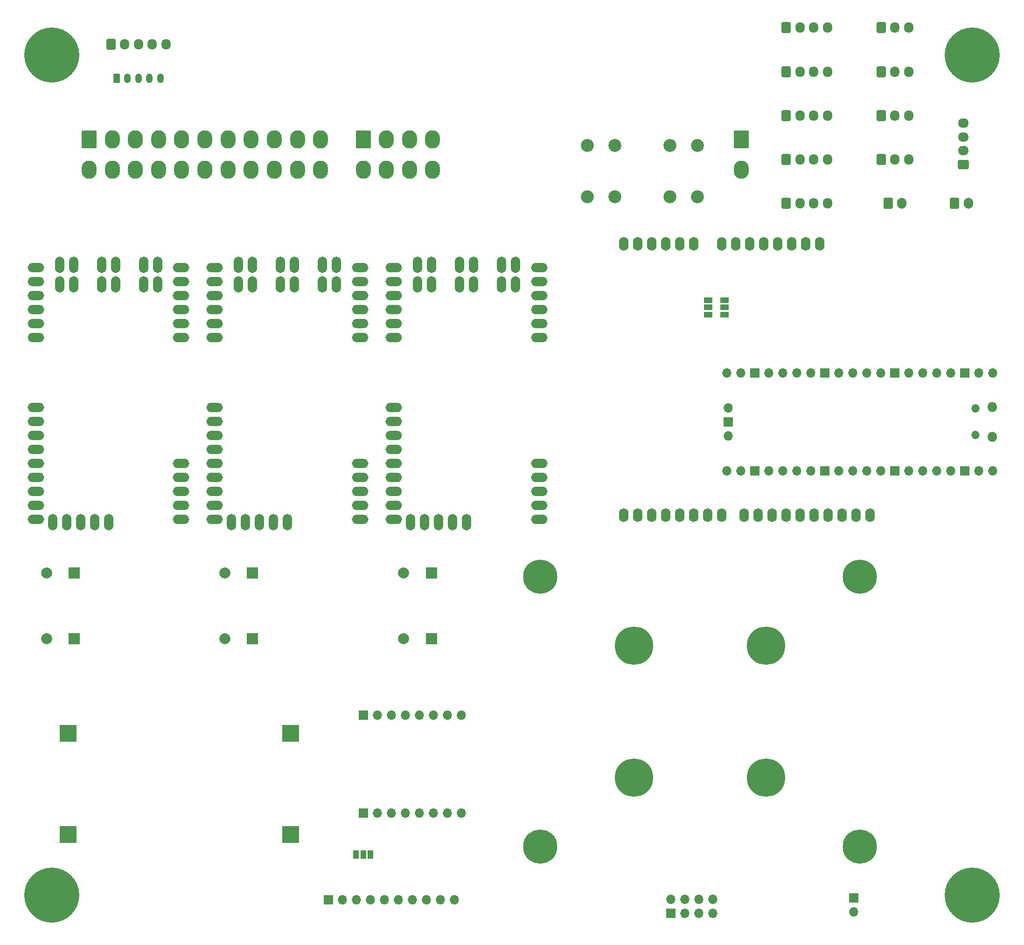
<source format=gbr>
%TF.GenerationSoftware,KiCad,Pcbnew,6.0.5+dfsg-1~bpo11+1*%
%TF.CreationDate,2022-06-23T19:05:58+00:00*%
%TF.ProjectId,OpenMowerMainboard,4f70656e-4d6f-4776-9572-4d61696e626f,rev?*%
%TF.SameCoordinates,Original*%
%TF.FileFunction,Soldermask,Bot*%
%TF.FilePolarity,Negative*%
%FSLAX46Y46*%
G04 Gerber Fmt 4.6, Leading zero omitted, Abs format (unit mm)*
G04 Created by KiCad (PCBNEW 6.0.5+dfsg-1~bpo11+1) date 2022-06-23 19:05:58*
%MOMM*%
%LPD*%
G01*
G04 APERTURE LIST*
G04 Aperture macros list*
%AMRoundRect*
0 Rectangle with rounded corners*
0 $1 Rounding radius*
0 $2 $3 $4 $5 $6 $7 $8 $9 X,Y pos of 4 corners*
0 Add a 4 corners polygon primitive as box body*
4,1,4,$2,$3,$4,$5,$6,$7,$8,$9,$2,$3,0*
0 Add four circle primitives for the rounded corners*
1,1,$1+$1,$2,$3*
1,1,$1+$1,$4,$5*
1,1,$1+$1,$6,$7*
1,1,$1+$1,$8,$9*
0 Add four rect primitives between the rounded corners*
20,1,$1+$1,$2,$3,$4,$5,0*
20,1,$1+$1,$4,$5,$6,$7,0*
20,1,$1+$1,$6,$7,$8,$9,0*
20,1,$1+$1,$8,$9,$2,$3,0*%
G04 Aperture macros list end*
%ADD10RoundRect,0.250001X-1.099999X-1.399999X1.099999X-1.399999X1.099999X1.399999X-1.099999X1.399999X0*%
%ADD11O,2.700000X3.300000*%
%ADD12RoundRect,0.250000X-0.600000X-0.725000X0.600000X-0.725000X0.600000X0.725000X-0.600000X0.725000X0*%
%ADD13O,1.700000X1.950000*%
%ADD14RoundRect,0.249999X-0.350001X-0.625001X0.350001X-0.625001X0.350001X0.625001X-0.350001X0.625001X0*%
%ADD15O,1.200000X1.750000*%
%ADD16C,0.900000*%
%ADD17C,10.000000*%
%ADD18O,3.000000X1.700000*%
%ADD19O,1.700000X3.000000*%
%ADD20R,2.000000X2.000000*%
%ADD21C,2.000000*%
%ADD22C,6.950000*%
%ADD23C,2.350000*%
%ADD24R,1.700000X1.700000*%
%ADD25O,1.700000X1.700000*%
%ADD26R,3.048000X3.048000*%
%ADD27C,6.200000*%
%ADD28RoundRect,0.250000X-0.600000X-0.750000X0.600000X-0.750000X0.600000X0.750000X-0.600000X0.750000X0*%
%ADD29O,1.700000X2.000000*%
%ADD30RoundRect,0.250000X0.725000X-0.600000X0.725000X0.600000X-0.725000X0.600000X-0.725000X-0.600000X0*%
%ADD31O,1.950000X1.700000*%
%ADD32O,1.500000X1.500000*%
%ADD33O,1.800000X1.800000*%
%ADD34O,1.727200X2.500000*%
%ADD35R,1.000000X1.500000*%
%ADD36R,1.500000X1.000000*%
G04 APERTURE END LIST*
D10*
%TO.C,J1*%
X33250000Y-45250000D03*
D11*
X37450000Y-45250000D03*
X41650000Y-45250000D03*
X45850000Y-45250000D03*
X50050000Y-45250000D03*
X54250000Y-45250000D03*
X58450000Y-45250000D03*
X62650000Y-45250000D03*
X66850000Y-45250000D03*
X71050000Y-45250000D03*
X75250000Y-45250000D03*
X33250000Y-50750000D03*
X37450000Y-50750000D03*
X41650000Y-50750000D03*
X45850000Y-50750000D03*
X50050000Y-50750000D03*
X54250000Y-50750000D03*
X58450000Y-50750000D03*
X62650000Y-50750000D03*
X66850000Y-50750000D03*
X71050000Y-50750000D03*
X75250000Y-50750000D03*
%TD*%
D10*
%TO.C,J2*%
X83000000Y-45250000D03*
D11*
X87200000Y-45250000D03*
X91400000Y-45250000D03*
X95600000Y-45250000D03*
X83000000Y-50750000D03*
X87200000Y-50750000D03*
X91400000Y-50750000D03*
X95600000Y-50750000D03*
%TD*%
D10*
%TO.C,J3*%
X151600000Y-45250000D03*
D11*
X151600000Y-50750000D03*
%TD*%
D12*
%TO.C,J13*%
X177000000Y-40935000D03*
D13*
X179500000Y-40935000D03*
X182000000Y-40935000D03*
%TD*%
D12*
%TO.C,J14*%
X177000000Y-48902500D03*
D13*
X179500000Y-48902500D03*
X182000000Y-48902500D03*
%TD*%
D12*
%TO.C,J5*%
X159750000Y-25000000D03*
D13*
X162250000Y-25000000D03*
X164750000Y-25000000D03*
X167250000Y-25000000D03*
%TD*%
D12*
%TO.C,J6*%
X159750000Y-32967500D03*
D13*
X162250000Y-32967500D03*
X164750000Y-32967500D03*
X167250000Y-32967500D03*
%TD*%
D12*
%TO.C,J7*%
X159750000Y-40935000D03*
D13*
X162250000Y-40935000D03*
X164750000Y-40935000D03*
X167250000Y-40935000D03*
%TD*%
D12*
%TO.C,J8*%
X159750000Y-48902500D03*
D13*
X162250000Y-48902500D03*
X164750000Y-48902500D03*
X167250000Y-48902500D03*
%TD*%
D12*
%TO.C,J9*%
X159750000Y-56870000D03*
D13*
X162250000Y-56870000D03*
X164750000Y-56870000D03*
X167250000Y-56870000D03*
%TD*%
D12*
%TO.C,J12*%
X177000000Y-32967500D03*
D13*
X179500000Y-32967500D03*
X182000000Y-32967500D03*
%TD*%
D14*
%TO.C,J10*%
X38200000Y-34200000D03*
D15*
X40200000Y-34200000D03*
X42200000Y-34200000D03*
X44200000Y-34200000D03*
X46200000Y-34200000D03*
%TD*%
D12*
%TO.C,J11*%
X177000000Y-25000000D03*
D13*
X179500000Y-25000000D03*
X182000000Y-25000000D03*
%TD*%
D16*
%TO.C,H1*%
X23848350Y-32651650D03*
X29151650Y-27348350D03*
X22750000Y-30000000D03*
X30250000Y-30000000D03*
X23848350Y-27348350D03*
X29151650Y-32651650D03*
X26500000Y-26250000D03*
X26500000Y-33750000D03*
D17*
X26500000Y-30000000D03*
%TD*%
D16*
%TO.C,H2*%
X30250000Y-182500000D03*
D17*
X26500000Y-182500000D03*
D16*
X23848350Y-179848350D03*
X22750000Y-182500000D03*
X29151650Y-179848350D03*
X26500000Y-186250000D03*
X29151650Y-185151650D03*
X26500000Y-178750000D03*
X23848350Y-185151650D03*
%TD*%
%TO.C,H3*%
X196151650Y-32651650D03*
X197250000Y-30000000D03*
X193500000Y-26250000D03*
D17*
X193500000Y-30000000D03*
D16*
X193500000Y-33750000D03*
X196151650Y-27348350D03*
X190848350Y-27348350D03*
X190848350Y-32651650D03*
X189750000Y-30000000D03*
%TD*%
%TO.C,H4*%
X193500000Y-186250000D03*
X196151650Y-179848350D03*
X197250000Y-182500000D03*
X190848350Y-185151650D03*
X190848350Y-179848350D03*
X196151650Y-185151650D03*
D17*
X193500000Y-182500000D03*
D16*
X189750000Y-182500000D03*
X193500000Y-178750000D03*
%TD*%
D18*
%TO.C,U5*%
X56060000Y-111775000D03*
X56060000Y-109235000D03*
X56060000Y-104155000D03*
X56060000Y-101615000D03*
X56060000Y-99075000D03*
X56060000Y-76215000D03*
X82460000Y-73675000D03*
X82460000Y-76215000D03*
X56060000Y-106695000D03*
X56060000Y-73675000D03*
X56060000Y-96535000D03*
D19*
X59100000Y-114815000D03*
X61640000Y-114815000D03*
X66720000Y-114815000D03*
X69260000Y-114815000D03*
D18*
X82460000Y-114315000D03*
X82460000Y-111775000D03*
X82460000Y-109235000D03*
X82460000Y-106695000D03*
X82460000Y-68595000D03*
D19*
X64180000Y-114815000D03*
D18*
X82460000Y-71135000D03*
X56060000Y-93995000D03*
X56060000Y-114315000D03*
X82460000Y-104155000D03*
X56060000Y-68595000D03*
X56060000Y-71135000D03*
D19*
X75610000Y-71635000D03*
X78150000Y-71635000D03*
X78150000Y-68095000D03*
X75610000Y-68095000D03*
X70530000Y-68095000D03*
X67990000Y-71635000D03*
X70530000Y-71635000D03*
X67990000Y-68095000D03*
D18*
X56060000Y-78755000D03*
X56060000Y-81295000D03*
X82460000Y-81295000D03*
X82460000Y-78755000D03*
D19*
X60370000Y-68095000D03*
X62910000Y-71635000D03*
X62910000Y-68095000D03*
X60370000Y-71635000D03*
%TD*%
D20*
%TO.C,C3*%
X62849646Y-124000000D03*
D21*
X57849646Y-124000000D03*
%TD*%
D22*
%TO.C,MH6*%
X132100000Y-161200000D03*
%TD*%
D23*
%TO.C,F4*%
X128675000Y-55700000D03*
X123675000Y-55700000D03*
X143675000Y-55700000D03*
X138675000Y-55700000D03*
%TD*%
D20*
%TO.C,C2*%
X30517323Y-136000000D03*
D21*
X25517323Y-136000000D03*
%TD*%
D18*
%TO.C,U4*%
X23560000Y-111775000D03*
X23560000Y-109235000D03*
X23560000Y-104155000D03*
X23560000Y-101615000D03*
X23560000Y-99075000D03*
X23560000Y-76215000D03*
X49960000Y-73675000D03*
X23560000Y-106695000D03*
X23560000Y-73675000D03*
X49960000Y-76215000D03*
X23560000Y-96535000D03*
D19*
X26600000Y-114815000D03*
X29140000Y-114815000D03*
X34220000Y-114815000D03*
X36760000Y-114815000D03*
D18*
X49960000Y-114315000D03*
X49960000Y-111775000D03*
X49960000Y-109235000D03*
X49960000Y-106695000D03*
D19*
X31680000Y-114815000D03*
D18*
X23560000Y-71135000D03*
X23560000Y-114315000D03*
X49960000Y-71135000D03*
X49960000Y-68595000D03*
X23560000Y-93995000D03*
X49960000Y-104155000D03*
X23560000Y-68595000D03*
D19*
X45650000Y-68095000D03*
X43110000Y-71635000D03*
X45650000Y-71635000D03*
X43110000Y-68095000D03*
X38030000Y-71635000D03*
X35490000Y-71635000D03*
X35490000Y-68095000D03*
X38030000Y-68095000D03*
D18*
X23560000Y-81295000D03*
X23560000Y-78755000D03*
X49960000Y-81295000D03*
X49960000Y-78755000D03*
D19*
X30410000Y-71635000D03*
X27870000Y-71635000D03*
X30410000Y-68095000D03*
X27870000Y-68095000D03*
%TD*%
D24*
%TO.C,J20*%
X76650000Y-183350000D03*
D25*
X79190000Y-183350000D03*
X81730000Y-183350000D03*
X84270000Y-183350000D03*
X86810000Y-183350000D03*
X89350000Y-183350000D03*
X91890000Y-183350000D03*
X94430000Y-183350000D03*
X96970000Y-183350000D03*
X99510000Y-183350000D03*
%TD*%
D22*
%TO.C,MH7*%
X132100000Y-137200000D03*
%TD*%
D20*
%TO.C,C4*%
X95349646Y-136000000D03*
D21*
X90349646Y-136000000D03*
%TD*%
D18*
%TO.C,U6*%
X88560000Y-111775000D03*
X88560000Y-109235000D03*
X88560000Y-104155000D03*
X88560000Y-101615000D03*
X88560000Y-99075000D03*
X114960000Y-76215000D03*
X114960000Y-73675000D03*
X88560000Y-73675000D03*
X88560000Y-76215000D03*
X88560000Y-106695000D03*
X88560000Y-96535000D03*
D19*
X91600000Y-114815000D03*
X94140000Y-114815000D03*
X99220000Y-114815000D03*
X101760000Y-114815000D03*
D18*
X114960000Y-114315000D03*
X114960000Y-111775000D03*
X114960000Y-109235000D03*
X114960000Y-106695000D03*
X114960000Y-104155000D03*
X88560000Y-93995000D03*
X114960000Y-68595000D03*
D19*
X96680000Y-114815000D03*
D18*
X88560000Y-114315000D03*
X88560000Y-68595000D03*
X88560000Y-71135000D03*
X114960000Y-71135000D03*
D19*
X110650000Y-71635000D03*
X108110000Y-71635000D03*
X110650000Y-68095000D03*
X108110000Y-68095000D03*
X100490000Y-68095000D03*
X100490000Y-71635000D03*
X103030000Y-68095000D03*
X103030000Y-71635000D03*
D18*
X88560000Y-81295000D03*
X114960000Y-78755000D03*
X114960000Y-81295000D03*
X88560000Y-78755000D03*
D19*
X95410000Y-68095000D03*
X92870000Y-68095000D03*
X95410000Y-71635000D03*
X92870000Y-71635000D03*
%TD*%
D22*
%TO.C,MH5*%
X156100000Y-161200000D03*
%TD*%
D23*
%TO.C,F2*%
X123675000Y-46350000D03*
X128675000Y-46350000D03*
X138675000Y-46350000D03*
X143675000Y-46350000D03*
%TD*%
D20*
%TO.C,C8*%
X95349646Y-124000000D03*
D21*
X90349646Y-124000000D03*
%TD*%
D20*
%TO.C,C6*%
X30517323Y-124000000D03*
D21*
X25517323Y-124000000D03*
%TD*%
D12*
%TO.C,J4*%
X37200000Y-28000000D03*
D13*
X39700000Y-28000000D03*
X42200000Y-28000000D03*
X44700000Y-28000000D03*
X47200000Y-28000000D03*
%TD*%
D26*
%TO.C,U1*%
X29450000Y-171524000D03*
X29450000Y-153124000D03*
X69850000Y-153124000D03*
X69850000Y-171524000D03*
%TD*%
D27*
%TO.C,MH3*%
X115100000Y-124700000D03*
%TD*%
D20*
%TO.C,C7*%
X62849646Y-136000000D03*
D21*
X57849646Y-136000000D03*
%TD*%
D28*
%TO.C,J18*%
X190320000Y-56870000D03*
D29*
X192820000Y-56870000D03*
%TD*%
D27*
%TO.C,MH4*%
X173100000Y-124700000D03*
%TD*%
D28*
%TO.C,J17*%
X178250000Y-56870000D03*
D29*
X180750000Y-56870000D03*
%TD*%
D30*
%TO.C,J19*%
X191870000Y-49852500D03*
D31*
X191870000Y-47352500D03*
X191870000Y-44852500D03*
X191870000Y-42352500D03*
%TD*%
D27*
%TO.C,MH2*%
X115100000Y-173700000D03*
%TD*%
D22*
%TO.C,MH8*%
X156100000Y-137200000D03*
%TD*%
D32*
%TO.C,U11*%
X194115000Y-94140000D03*
D33*
X197145000Y-99290000D03*
D32*
X194115000Y-98990000D03*
D33*
X197145000Y-93840000D03*
D25*
X197275000Y-87675000D03*
X194735000Y-87675000D03*
D24*
X192195000Y-87675000D03*
D25*
X189655000Y-87675000D03*
X187115000Y-87675000D03*
X184575000Y-87675000D03*
X182035000Y-87675000D03*
D24*
X179495000Y-87675000D03*
D25*
X176955000Y-87675000D03*
X174415000Y-87675000D03*
X171875000Y-87675000D03*
X169335000Y-87675000D03*
D24*
X166795000Y-87675000D03*
D25*
X164255000Y-87675000D03*
X161715000Y-87675000D03*
X159175000Y-87675000D03*
X156635000Y-87675000D03*
D24*
X154095000Y-87675000D03*
D25*
X151555000Y-87675000D03*
X149015000Y-87675000D03*
X149015000Y-105455000D03*
X151555000Y-105455000D03*
D24*
X154095000Y-105455000D03*
D25*
X156635000Y-105455000D03*
X159175000Y-105455000D03*
X161715000Y-105455000D03*
X164255000Y-105455000D03*
D24*
X166795000Y-105455000D03*
D25*
X169335000Y-105455000D03*
X171875000Y-105455000D03*
X174415000Y-105455000D03*
X176955000Y-105455000D03*
D24*
X179495000Y-105455000D03*
D25*
X182035000Y-105455000D03*
X184575000Y-105455000D03*
X187115000Y-105455000D03*
X189655000Y-105455000D03*
D24*
X192195000Y-105455000D03*
D25*
X194735000Y-105455000D03*
X197275000Y-105455000D03*
X149245000Y-94025000D03*
D24*
X149245000Y-96565000D03*
D25*
X149245000Y-99105000D03*
%TD*%
D24*
%TO.C,J23*%
X83000000Y-149870000D03*
D25*
X85540000Y-149870000D03*
X88080000Y-149870000D03*
X90620000Y-149870000D03*
X93160000Y-149870000D03*
X95700000Y-149870000D03*
X98240000Y-149870000D03*
X100780000Y-149870000D03*
%TD*%
D24*
%TO.C,J16*%
X83000000Y-167650000D03*
D25*
X85540000Y-167650000D03*
X88080000Y-167650000D03*
X90620000Y-167650000D03*
X93160000Y-167650000D03*
X95700000Y-167650000D03*
X98240000Y-167650000D03*
X100780000Y-167650000D03*
%TD*%
D24*
%TO.C,J22*%
X138800000Y-185800000D03*
D25*
X138800000Y-183260000D03*
X141340000Y-185800000D03*
X141340000Y-183260000D03*
X143880000Y-185800000D03*
X143880000Y-183260000D03*
X146420000Y-185800000D03*
X146420000Y-183260000D03*
%TD*%
D27*
%TO.C,MH1*%
X173100000Y-173700000D03*
%TD*%
D34*
%TO.C,XA1*%
X165860000Y-64240000D03*
X158240000Y-64240000D03*
X155700000Y-64240000D03*
X143000000Y-64240000D03*
X140460000Y-64240000D03*
X137920000Y-64240000D03*
X135380000Y-64240000D03*
X132840000Y-64240000D03*
X130300000Y-64240000D03*
X169924000Y-113500000D03*
X130300000Y-113500000D03*
X132840000Y-113500000D03*
X135380000Y-113500000D03*
X137920000Y-113500000D03*
X140460000Y-113500000D03*
X143000000Y-113500000D03*
X145540000Y-113500000D03*
X148080000Y-113500000D03*
X152144000Y-113500000D03*
X154684000Y-113500000D03*
X157224000Y-113500000D03*
X159764000Y-113500000D03*
X162304000Y-113500000D03*
X164844000Y-113500000D03*
X167384000Y-113500000D03*
X153160000Y-64240000D03*
X150620000Y-64240000D03*
X163320000Y-64240000D03*
X160780000Y-64240000D03*
X175004000Y-113500000D03*
X172464000Y-113500000D03*
X148080000Y-64240000D03*
%TD*%
D35*
%TO.C,JP1*%
X84300000Y-175200000D03*
X83000000Y-175200000D03*
X81700000Y-175200000D03*
%TD*%
D36*
%TO.C,JP3*%
X145600000Y-77100000D03*
X145600000Y-75800000D03*
X145600000Y-74500000D03*
%TD*%
D24*
%TO.C,M1*%
X172000000Y-183000000D03*
D25*
X172000000Y-185540000D03*
%TD*%
D36*
%TO.C,JP2*%
X148600000Y-74500000D03*
X148600000Y-75800000D03*
X148600000Y-77100000D03*
%TD*%
M02*

</source>
